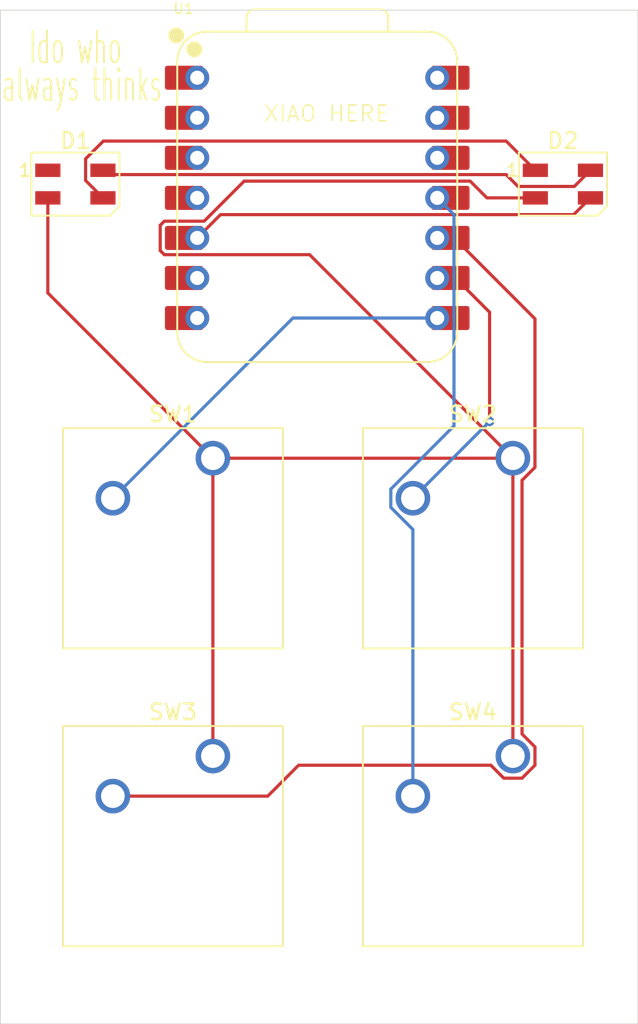
<source format=kicad_pcb>
(kicad_pcb (version 20241229) (generator "pcbnew") (generator_version "9.0")
  (layers (0 "F.Cu" signal) (2 "B.Cu" signal) (13 "F.Paste" user) (15 "B.Paste" user) (5 "F.SilkS" user "F.Silkscreen") (7 "B.SilkS" user "B.Silkscreen") (1 "F.Mask" user) (3 "B.Mask" user) (25 "Edge.Cuts" user))
  (net 0 "")
  (net 1 "GND")
  (net 2 "Net-(D1-DIN)")
  (net 4 "Net-(D1-VDD)")
  (net 5 "Net-(D2-DIN)")
  (net 6 "Net-(U1-GPIO1{slash}RX)")
  (net 7 "Net-(U1-GPIO2{slash}SCK)")
  (net 8 "Net-(U1-GPIO4{slash}MISO)")
  (net 9 "Net-(U1-GPIO3{slash}MOSI)")
  (footprint "Button_Switch_Keyboard:SW_Cherry_MX_1.00u_PCB" (layer "F.Cu") (at 139.7 123.5075)
    (property "Reference" "SW3" (at -2.54 -2.794 0) (layer "F.SilkS"))
    (property "Value" "SW_Push")
    (fp_line (start -9.525 -1.905) (end 4.445 -1.905) (stroke (width 0.12)) (layer "F.SilkS"))
    (fp_line (start -9.525 12.065) (end -9.525 -1.905) (stroke (width 0.12)) (layer "F.SilkS"))
    (fp_line (start 4.445 -1.905) (end 4.445 12.065) (stroke (width 0.12)) (layer "F.SilkS"))
    (fp_line (start 4.445 12.065) (end -9.525 12.065) (stroke (width 0.12)) (layer "F.SilkS"))
    (pad "" np_thru_hole circle (at -7.62 5.08) (size 1.7 1.7) (drill 1.7) (layers "*.Cu" "*.Mask"))
    (pad "" np_thru_hole circle (at -2.54 5.08) (size 4 4) (drill 4) (layers "*.Cu" "*.Mask"))
    (pad "" np_thru_hole circle (at 2.54 5.08) (size 1.7 1.7) (drill 1.7) (layers "*.Cu" "*.Mask"))
    (pad "1" thru_hole circle (at 0 0) (size 2.2 2.2) (drill 1.5) (layers "*.Cu" "*.Mask") (net 1 "GND"))
    (pad "2" thru_hole circle (at -6.35 2.54) (size 2.2 2.2) (drill 1.5) (layers "*.Cu" "*.Mask") (net 8 "Net-(U1-GPIO4{slash}MISO)"))
  )
  (footprint "Button_Switch_Keyboard:SW_Cherry_MX_1.00u_PCB" (layer "F.Cu") (at 139.7 104.61625)
    (property "Reference" "SW1" (at -2.54 -2.794 0) (layer "F.SilkS"))
    (property "Value" "SW_Push")
    (fp_line (start -9.525 -1.905) (end 4.445 -1.905) (stroke (width 0.12)) (layer "F.SilkS"))
    (fp_line (start -9.525 12.065) (end -9.525 -1.905) (stroke (width 0.12)) (layer "F.SilkS"))
    (fp_line (start 4.445 -1.905) (end 4.445 12.065) (stroke (width 0.12)) (layer "F.SilkS"))
    (fp_line (start 4.445 12.065) (end -9.525 12.065) (stroke (width 0.12)) (layer "F.SilkS"))
    (pad "" np_thru_hole circle (at -7.62 5.08) (size 1.7 1.7) (drill 1.7) (layers "*.Cu" "*.Mask"))
    (pad "" np_thru_hole circle (at -2.54 5.08) (size 4 4) (drill 4) (layers "*.Cu" "*.Mask"))
    (pad "" np_thru_hole circle (at 2.54 5.08) (size 1.7 1.7) (drill 1.7) (layers "*.Cu" "*.Mask"))
    (pad "1" thru_hole circle (at 0 0) (size 2.2 2.2) (drill 1.5) (layers "*.Cu" "*.Mask") (net 1 "GND"))
    (pad "2" thru_hole circle (at -6.35 2.54) (size 2.2 2.2) (drill 1.5) (layers "*.Cu" "*.Mask") (net 6 "Net-(U1-GPIO1{slash}RX)"))
  )
  (footprint "Button_Switch_Keyboard:SW_Cherry_MX_1.00u_PCB" (layer "F.Cu") (at 158.75 123.5075)
    (property "Reference" "SW4" (at -2.54 -2.794 0) (layer "F.SilkS"))
    (property "Value" "SW_Push")
    (fp_line (start -9.525 -1.905) (end 4.445 -1.905) (stroke (width 0.12)) (layer "F.SilkS"))
    (fp_line (start -9.525 12.065) (end -9.525 -1.905) (stroke (width 0.12)) (layer "F.SilkS"))
    (fp_line (start 4.445 -1.905) (end 4.445 12.065) (stroke (width 0.12)) (layer "F.SilkS"))
    (fp_line (start 4.445 12.065) (end -9.525 12.065) (stroke (width 0.12)) (layer "F.SilkS"))
    (pad "" np_thru_hole circle (at -7.62 5.08) (size 1.7 1.7) (drill 1.7) (layers "*.Cu" "*.Mask"))
    (pad "" np_thru_hole circle (at -2.54 5.08) (size 4 4) (drill 4) (layers "*.Cu" "*.Mask"))
    (pad "" np_thru_hole circle (at 2.54 5.08) (size 1.7 1.7) (drill 1.7) (layers "*.Cu" "*.Mask"))
    (pad "1" thru_hole circle (at 0 0) (size 2.2 2.2) (drill 1.5) (layers "*.Cu" "*.Mask") (net 1 "GND"))
    (pad "2" thru_hole circle (at -6.35 2.54) (size 2.2 2.2) (drill 1.5) (layers "*.Cu" "*.Mask") (net 9 "Net-(U1-GPIO3{slash}MOSI)"))
  )
  (footprint "LED_SMD:LED_SK6812MINI_PLCC4_3.5x3.5mm_P1.75mm" (layer "F.Cu") (at 161.925 87.23125)
    (property "Reference" "D2" (at 0 -2.75 0) (layer "F.SilkS"))
    (property "Value" "SK6812MINI")
    (fp_line (start -2.8 -2) (end -2.8 2) (stroke (width 0.12)) (layer "F.SilkS"))
    (fp_line (start -2.8 -2) (end 2.8 -2) (stroke (width 0.12)) (layer "F.SilkS"))
    (fp_line (start -2.8 2) (end 2.2 2) (stroke (width 0.12)) (layer "F.SilkS"))
    (fp_line (start 2.8 1.4) (end 2.2 2) (stroke (width 0.12)) (layer "F.SilkS"))
    (fp_line (start 2.8 1.4) (end 2.8 -2) (stroke (width 0.12)) (layer "F.SilkS"))
    (fp_text user "1" (at -3.2 -0.875 0) (layer "F.SilkS") (effects (font (size 0.8 0.8))))
    (pad "1" smd rect (at -1.75 -0.875) (size 1.6 0.85) (layers "F.Cu" "F.Mask" "F.Paste") (net 2 "Net-(D1-DIN)"))
    (pad "2" smd rect (at -1.75 0.875) (size 1.6 0.85) (layers "F.Cu" "F.Mask" "F.Paste") (net 1 "GND"))
    (pad "3" smd rect (at 1.75 0.875) (size 1.6 0.85) (layers "F.Cu" "F.Mask" "F.Paste") (net 5 "Net-(D2-DIN)"))
    (pad "4" smd rect (at 1.75 -0.875) (size 1.6 0.85) (layers "F.Cu" "F.Mask" "F.Paste") (net 4 "Net-(D1-VDD)"))
  )
  (footprint "Button_Switch_Keyboard:SW_Cherry_MX_1.00u_PCB" (layer "F.Cu") (at 158.75 104.61625)
    (property "Reference" "SW2" (at -2.54 -2.794 0) (layer "F.SilkS"))
    (property "Value" "SW_Push")
    (fp_line (start -9.525 -1.905) (end 4.445 -1.905) (stroke (width 0.12)) (layer "F.SilkS"))
    (fp_line (start -9.525 12.065) (end -9.525 -1.905) (stroke (width 0.12)) (layer "F.SilkS"))
    (fp_line (start 4.445 -1.905) (end 4.445 12.065) (stroke (width 0.12)) (layer "F.SilkS"))
    (fp_line (start 4.445 12.065) (end -9.525 12.065) (stroke (width 0.12)) (layer "F.SilkS"))
    (pad "" np_thru_hole circle (at -7.62 5.08) (size 1.7 1.7) (drill 1.7) (layers "*.Cu" "*.Mask"))
    (pad "" np_thru_hole circle (at -2.54 5.08) (size 4 4) (drill 4) (layers "*.Cu" "*.Mask"))
    (pad "" np_thru_hole circle (at 2.54 5.08) (size 1.7 1.7) (drill 1.7) (layers "*.Cu" "*.Mask"))
    (pad "1" thru_hole circle (at 0 0) (size 2.2 2.2) (drill 1.5) (layers "*.Cu" "*.Mask") (net 1 "GND"))
    (pad "2" thru_hole circle (at -6.35 2.54) (size 2.2 2.2) (drill 1.5) (layers "*.Cu" "*.Mask") (net 7 "Net-(U1-GPIO2{slash}SCK)"))
  )
  (footprint "LED_SMD:LED_SK6812MINI_PLCC4_3.5x3.5mm_P1.75mm" (layer "F.Cu") (at 130.96875 87.23125)
    (property "Reference" "D1" (at 0 -2.75 0) (layer "F.SilkS"))
    (property "Value" "SK6812MINI")
    (fp_line (start -2.8 -2) (end -2.8 2) (stroke (width 0.12)) (layer "F.SilkS"))
    (fp_line (start -2.8 -2) (end 2.8 -2) (stroke (width 0.12)) (layer "F.SilkS"))
    (fp_line (start -2.8 2) (end 2.2 2) (stroke (width 0.12)) (layer "F.SilkS"))
    (fp_line (start 2.8 1.4) (end 2.2 2) (stroke (width 0.12)) (layer "F.SilkS"))
    (fp_line (start 2.8 1.4) (end 2.8 -2) (stroke (width 0.12)) (layer "F.SilkS"))
    (fp_text user "1" (at -3.2 -0.875 0) (layer "F.SilkS") (effects (font (size 0.8 0.8))))
    (pad "1" smd rect (at -1.75 -0.875) (size 1.6 0.85) (layers "F.Cu" "F.Mask" "F.Paste"))
    (pad "2" smd rect (at -1.75 0.875) (size 1.6 0.85) (layers "F.Cu" "F.Mask" "F.Paste") (net 1 "GND"))
    (pad "3" smd rect (at 1.75 0.875) (size 1.6 0.85) (layers "F.Cu" "F.Mask" "F.Paste") (net 2 "Net-(D1-DIN)"))
    (pad "4" smd rect (at 1.75 -0.875) (size 1.6 0.85) (layers "F.Cu" "F.Mask" "F.Paste") (net 4 "Net-(D1-VDD)"))
  )
  (footprint "OPL:XIAO-RP2040-DIP" (layer "F.Cu") (at 146.32625 88.10625)
    (property "Reference" "U1" (at -8.5 -12 0) (layer "F.SilkS") (effects (font (size 0.635 0.635) (thickness 0.1016))))
    (property "Value" "XIAO-RP2040-DIP")
    (fp_line (start -8.89 8.509) (end -8.89 -8.636) (stroke (width 0.127)) (layer "F.SilkS"))
    (fp_line (start -6.985 10.414) (end 6.985 10.414) (stroke (width 0.127)) (layer "F.SilkS"))
    (fp_line (start -4.495 -10.541) (end -4.491272 -11.451272) (stroke (width 0.127)) (layer "F.SilkS"))
    (fp_line (start -3.991272 -11.951) (end 4.004 -11.951) (stroke (width 0.127)) (layer "F.SilkS"))
    (fp_line (start 4.504 -11.451) (end 4.504 -10.541) (stroke (width 0.127)) (layer "F.SilkS"))
    (fp_line (start 6.985 -10.541) (end -6.985 -10.541) (stroke (width 0.1)) (layer "F.SilkS"))
    (fp_line (start 6.985 -10.541) (end -6.985 -10.541) (stroke (width 0.127)) (layer "F.SilkS"))
    (fp_line (start 8.89 8.509) (end 8.89 -8.636) (stroke (width 0.127)) (layer "F.SilkS"))
    (fp_arc (start -8.89 -8.636) (mid -8.332038 -9.983038) (end -6.985 -10.541) (stroke (width 0.127)) (layer "F.SilkS"))
    (fp_arc (start -6.985 10.414) (mid -8.332038 9.856038) (end -8.89 8.509) (stroke (width 0.127)) (layer "F.SilkS"))
    (fp_arc (start -4.491272 -11.451272) (mid -4.344728 -11.80464) (end -3.991272 -11.951) (stroke (width 0.127)) (layer "F.SilkS"))
    (fp_arc (start 4.004 -11.951) (mid 4.357553 -11.804553) (end 4.504 -11.451) (stroke (width 0.127)) (layer "F.SilkS"))
    (fp_arc (start 6.985 -10.541) (mid 8.332038 -9.983038) (end 8.89 -8.636) (stroke (width 0.127)) (layer "F.SilkS"))
    (fp_arc (start 8.89 8.509) (mid 8.332038 9.856038) (end 6.985 10.414) (stroke (width 0.127)) (layer "F.SilkS"))
    (fp_circle (center -8.95 -10.3) (end -8.95 -10.554) (stroke (width 0.5)) (fill yes) (layer "F.SilkS"))
    (fp_circle (center -7.807 -9.42) (end -7.807 -9.674) (stroke (width 0.5)) (fill yes) (layer "F.SilkS"))
    (pad "1" smd roundrect (at -8.455 -7.62 180) (size 2.432 1.524) (layers "F.Cu" "F.Mask") (roundrect_rratio 0.1))
    (pad "1" thru_hole circle (at -7.62 -7.62 180) (size 1.524 1.524) (drill 0.889) (layers "*.Cu" "*.Mask"))
    (pad "2" smd roundrect (at -8.455 -5.08 180) (size 2.432 1.524) (layers "F.Cu" "F.Mask") (roundrect_rratio 0.1))
    (pad "2" thru_hole circle (at -7.62 -5.08 180) (size 1.524 1.524) (drill 0.889) (layers "*.Cu" "*.Mask"))
    (pad "3" smd roundrect (at -8.455 -2.54 180) (size 2.432 1.524) (layers "F.Cu" "F.Mask") (roundrect_rratio 0.1))
    (pad "3" thru_hole circle (at -7.62 -2.54 180) (size 1.524 1.524) (drill 0.889) (layers "*.Cu" "*.Mask"))
    (pad "4" smd roundrect (at -8.455 0 180) (size 2.432 1.524) (layers "F.Cu" "F.Mask") (roundrect_rratio 0.1))
    (pad "4" thru_hole circle (at -7.62 0 180) (size 1.524 1.524) (drill 0.889) (layers "*.Cu" "*.Mask"))
    (pad "5" smd roundrect (at -8.455 2.54 180) (size 2.432 1.524) (layers "F.Cu" "F.Mask") (roundrect_rratio 0.1) (net 5 "Net-(D2-DIN)"))
    (pad "5" thru_hole circle (at -7.62 2.54 180) (size 1.524 1.524) (drill 0.889) (layers "*.Cu" "*.Mask") (net 5 "Net-(D2-DIN)"))
    (pad "6" smd roundrect (at -8.455 5.08 180) (size 2.432 1.524) (layers "F.Cu" "F.Mask") (roundrect_rratio 0.1))
    (pad "6" thru_hole circle (at -7.62 5.08 180) (size 1.524 1.524) (drill 0.889) (layers "*.Cu" "*.Mask"))
    (pad "7" smd roundrect (at -8.455 7.62 180) (size 2.432 1.524) (layers "F.Cu" "F.Mask") (roundrect_rratio 0.1))
    (pad "7" thru_hole circle (at -7.62 7.62 180) (size 1.524 1.524) (drill 0.889) (layers "*.Cu" "*.Mask"))
    (pad "8" thru_hole circle (at 7.62 7.62) (size 1.524 1.524) (drill 0.889) (layers "*.Cu" "*.Mask") (net 6 "Net-(U1-GPIO1{slash}RX)"))
    (pad "8" smd roundrect (at 8.455 7.62) (size 2.432 1.524) (layers "F.Cu" "F.Mask") (roundrect_rratio 0.1) (net 6 "Net-(U1-GPIO1{slash}RX)"))
    (pad "9" thru_hole circle (at 7.62 5.08) (size 1.524 1.524) (drill 0.889) (layers "*.Cu" "*.Mask") (net 7 "Net-(U1-GPIO2{slash}SCK)"))
    (pad "9" smd roundrect (at 8.455 5.08) (size 2.432 1.524) (layers "F.Cu" "F.Mask") (roundrect_rratio 0.1) (net 7 "Net-(U1-GPIO2{slash}SCK)"))
    (pad "10" thru_hole circle (at 7.62 2.54) (size 1.524 1.524) (drill 0.889) (layers "*.Cu" "*.Mask") (net 8 "Net-(U1-GPIO4{slash}MISO)"))
    (pad "10" smd roundrect (at 8.455 2.54) (size 2.432 1.524) (layers "F.Cu" "F.Mask") (roundrect_rratio 0.1) (net 8 "Net-(U1-GPIO4{slash}MISO)"))
    (pad "11" thru_hole circle (at 7.62 0) (size 1.524 1.524) (drill 0.889) (layers "*.Cu" "*.Mask") (net 9 "Net-(U1-GPIO3{slash}MOSI)"))
    (pad "11" smd roundrect (at 8.455 0) (size 2.432 1.524) (layers "F.Cu" "F.Mask") (roundrect_rratio 0.1) (net 9 "Net-(U1-GPIO3{slash}MOSI)"))
    (pad "12" thru_hole circle (at 7.62 -2.54) (size 1.524 1.524) (drill 0.889) (layers "*.Cu" "*.Mask"))
    (pad "12" smd roundrect (at 8.455 -2.54) (size 2.432 1.524) (layers "F.Cu" "F.Mask") (roundrect_rratio 0.1))
    (pad "13" thru_hole circle (at 7.62 -5.08) (size 1.524 1.524) (drill 0.889) (layers "*.Cu" "*.Mask"))
    (pad "13" smd roundrect (at 8.455 -5.08) (size 2.432 1.524) (layers "F.Cu" "F.Mask") (roundrect_rratio 0.1))
    (pad "14" thru_hole circle (at 7.62 -7.62) (size 1.524 1.524) (drill 0.889) (layers "*.Cu" "*.Mask"))
    (pad "14" smd roundrect (at 8.455 -7.62) (size 2.432 1.524) (layers "F.Cu" "F.Mask") (roundrect_rratio 0.1))
  )
  (gr_rect (start 126.20625 76.2) (end 166.6875 140.49375) (stroke (width 0.05)) (fill no) (layer "Edge.Cuts"))
  (gr_text "XIAO HERE" (at 142.875 83.34375 0) (layer "F.SilkS") (effects (font (size 1 1) (thickness 0.1)) (justify left bottom)))
  (gr_text "Ido who" (at 130.96875 78.58125 0) (layer "F.SilkS") (effects (font (size 2 1) (thickness 0.125))))
  (gr_text "always thinks" (at 126.20625 80.9625 0) (layer "F.SilkS") (effects (font (size 2 1) (thickness 0.125)) (justify left)))
  (segment (start 141.68656 87.04325) (end 156.036876 87.04325) (width 0.2) (layer "F.Cu") (net 1))
  (segment (start 136.615624 89.58325) (end 139.14656 89.58325) (width 0.2) (layer "F.Cu") (net 1))
  (segment (start 136.35425 89.844624) (end 136.615624 89.58325) (width 0.2) (layer "F.Cu") (net 1))
  (segment (start 156.036876 87.04325) (end 157.099876 88.10625) (width 0.2) (layer "F.Cu") (net 1))
  (segment (start 158.75 104.61625) (end 158.75 123.5075) (width 0.2) (layer "F.Cu") (net 1))
  (segment (start 157.099876 88.10625) (end 160.175 88.10625) (width 0.2) (layer "F.Cu") (net 1))
  (segment (start 158.75 104.61625) (end 145.843 91.70925) (width 0.2) (layer "F.Cu") (net 1))
  (segment (start 129.21875 94.135) (end 139.7 104.61625) (width 0.2) (layer "F.Cu") (net 1))
  (segment (start 139.14656 89.58325) (end 141.68656 87.04325) (width 0.2) (layer "F.Cu") (net 1))
  (segment (start 129.21875 88.10625) (end 129.21875 94.135) (width 0.2) (layer "F.Cu") (net 1))
  (segment (start 136.615624 91.70925) (end 136.35425 91.447876) (width 0.2) (layer "F.Cu") (net 1))
  (segment (start 136.35425 91.447876) (end 136.35425 89.844624) (width 0.2) (layer "F.Cu") (net 1))
  (segment (start 139.7 104.61625) (end 139.7 123.5075) (width 0.2) (layer "F.Cu") (net 1))
  (segment (start 139.7 104.61625) (end 158.75 104.61625) (width 0.2) (layer "F.Cu") (net 1))
  (segment (start 145.843 91.70925) (end 136.615624 91.70925) (width 0.2) (layer "F.Cu") (net 1))
  (segment (start 158.322 84.50325) (end 160.175 86.35625) (width 0.2) (layer "F.Cu") (net 2))
  (segment (start 131.61775 85.63025) (end 132.74475 84.50325) (width 0.2) (layer "F.Cu") (net 2))
  (segment (start 132.71875 88.10625) (end 131.61775 87.00525) (width 0.2) (layer "F.Cu") (net 2))
  (segment (start 132.74475 84.50325) (end 158.322 84.50325) (width 0.2) (layer "F.Cu") (net 2))
  (segment (start 131.61775 87.00525) (end 131.61775 85.63025) (width 0.2) (layer "F.Cu") (net 2))
  (segment (start 162.651 87.38025) (end 163.675 86.35625) (width 0.2) (layer "F.Cu") (net 4))
  (segment (start 159.074 87.38025) (end 162.651 87.38025) (width 0.2) (layer "F.Cu") (net 4))
  (segment (start 132.99175 86.62925) (end 158.323 86.62925) (width 0.2) (layer "F.Cu") (net 4))
  (segment (start 132.71875 86.35625) (end 132.99175 86.62925) (width 0.2) (layer "F.Cu") (net 4))
  (segment (start 158.323 86.62925) (end 159.074 87.38025) (width 0.2) (layer "F.Cu") (net 4))
  (segment (start 163.675 88.10625) (end 162.612 89.16925) (width 0.2) (layer "F.Cu") (net 5))
  (segment (start 140.18325 89.16925) (end 138.70625 90.64625) (width 0.2) (layer "F.Cu") (net 5))
  (segment (start 162.612 89.16925) (end 140.18325 89.16925) (width 0.2) (layer "F.Cu") (net 5))
  (segment (start 144.78 95.72625) (end 153.94625 95.72625) (width 0.2) (layer "B.Cu") (net 6))
  (segment (start 133.35 107.15625) (end 144.78 95.72625) (width 0.2) (layer "B.Cu") (net 6))
  (segment (start 155.09875 93.18625) (end 157.269265 95.356765) (width 0.2) (layer "F.Cu") (net 7))
  (segment (start 157.269265 102.286985) (end 157.1625 102.39375) (width 0.2) (layer "F.Cu") (net 7))
  (segment (start 153.94625 93.18625) (end 155.09875 93.18625) (width 0.2) (layer "F.Cu") (net 7))
  (segment (start 157.269265 95.356765) (end 157.269265 102.286985) (width 0.2) (layer "F.Cu") (net 7))
  (segment (start 157.269265 102.286985) (end 157.12855 102.4277) (width 0.2) (layer "F.Cu") (net 7))
  (segment (start 157.1625 102.39375) (end 157.0946 102.39375) (width 0.2) (layer "F.Cu") (net 7))
  (segment (start 157.0946 102.39375) (end 157.12855 102.4277) (width 0.2) (layer "F.Cu") (net 7))
  (via (at 157.269265 102.286985) (size 0.6) (drill 0.3) (layers "F.Cu" "B.Cu") (net 7))
  (segment (start 157.269265 102.286985) (end 152.4 107.15625) (width 0.2) (layer "B.Cu") (net 7))
  (segment (start 159.330314 124.9085) (end 160.151 124.087814) (width 0.2) (layer "F.Cu") (net 8))
  (segment (start 133.35 126.0475) (end 143.183566 126.0475) (width 0.2) (layer "F.Cu") (net 8))
  (segment (start 143.183566 126.0475) (end 145.143252 124.087814) (width 0.2) (layer "F.Cu") (net 8))
  (segment (start 159.330314 122.1065) (end 159.330314 106.01725) (width 0.2) (layer "F.Cu") (net 8))
  (segment (start 157.349 124.087814) (end 158.169686 124.9085) (width 0.2) (layer "F.Cu") (net 8))
  (segment (start 155.02388 90.64625) (end 153.94625 90.64625) (width 0.2) (layer "F.Cu") (net 8))
  (segment (start 160.151 124.087814) (end 160.151 122.927186) (width 0.2) (layer "F.Cu") (net 8))
  (segment (start 160.151 105.196564) (end 160.151 95.77337) (width 0.2) (layer "F.Cu") (net 8))
  (segment (start 160.151 122.927186) (end 159.330314 122.1065) (width 0.2) (layer "F.Cu") (net 8))
  (segment (start 159.330314 106.01725) (end 160.151 105.196564) (width 0.2) (layer "F.Cu") (net 8))
  (segment (start 160.151 95.77337) (end 155.02388 90.64625) (width 0.2) (layer "F.Cu") (net 8))
  (segment (start 158.169686 124.9085) (end 159.330314 124.9085) (width 0.2) (layer "F.Cu") (net 8))
  (segment (start 145.143252 124.087814) (end 157.349 124.087814) (width 0.2) (layer "F.Cu") (net 8))
  (segment (start 150.999 107.736564) (end 152.4 109.137564) (width 0.2) (layer "B.Cu") (net 9))
  (segment (start 155.00925 89.16925) (end 155.00925 102.565686) (width 0.2) (layer "B.Cu") (net 9))
  (segment (start 155.00925 102.565686) (end 150.999 106.575936) (width 0.2) (layer "B.Cu") (net 9))
  (segment (start 152.4 109.137564) (end 152.4 126.0475) (width 0.2) (layer "B.Cu") (net 9))
  (segment (start 150.999 106.575936) (end 150.999 107.736564) (width 0.2) (layer "B.Cu") (net 9))
  (segment (start 153.94625 88.10625) (end 155.00925 89.16925) (width 0.2) (layer "B.Cu") (net 9))
)
</source>
